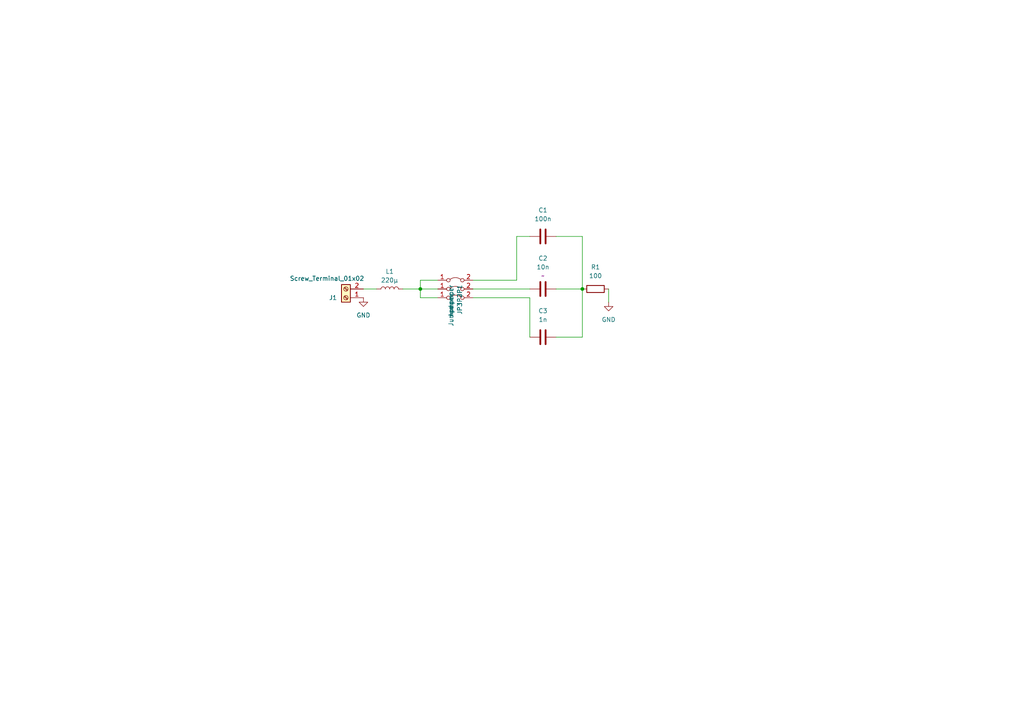
<source format=kicad_sch>
(kicad_sch (version 20231120) (generator "eeschema") (generator_version "8.0")
  (paper "A4")
  (lib_symbols
    (symbol "Connector:Screw_Terminal_01x02" (pin_names (offset 1.016) hide)
      (property "Reference" "J" (at 0 2.54 0))
      (property "Value" "Screw_Terminal_01x02" (at 0 -5.08 0))
      (symbol "Screw_Terminal_01x02_1_1"
        (rectangle (start -1.27 1.27) (end 1.27 -3.81) (stroke (width 0.254)) (fill (type background)))
        (circle (center 0 -2.54) (radius 0.635) (stroke (width 0.1524)))
        (polyline (pts (xy -0.5334 -2.2098) (xy 0.3302 -3.048)) (stroke (width 0.1524)))
        (polyline (pts (xy -0.5334 0.3302) (xy 0.3302 -0.508)) (stroke (width 0.1524)))
        (polyline (pts (xy -0.3556 -2.032) (xy 0.508 -2.8702)) (stroke (width 0.1524)))
        (polyline (pts (xy -0.3556 0.508) (xy 0.508 -0.3302)) (stroke (width 0.1524)))
        (circle (center 0 0) (radius 0.635) (stroke (width 0.1524)))
        (pin passive line (at -5.08 0 0) (length 3.81) (name "Pin_1") (number "1"))
        (pin passive line (at -5.08 -2.54 0) (length 3.81) (name "Pin_2") (number "2"))
      )
    )
    (symbol "Device:C" (pin_numbers hide) (pin_names (offset 0.254))
      (property "Reference" "C" (at 0.635 2.54 0))
      (property "Value" "C" (at 0.635 -2.54 0))
      (symbol "C_0_1"
        (polyline (pts (xy -2.032 -0.762) (xy 2.032 -0.762)) (stroke (width 0.508)))
        (polyline (pts (xy -2.032 0.762) (xy 2.032 0.762)) (stroke (width 0.508)))
      )
      (symbol "C_1_1"
        (pin passive line (at 0 3.81 270) (length 2.794) (name "~") (number "1"))
        (pin passive line (at 0 -3.81 90) (length 2.794) (name "~") (number "2"))
      )
    )
    (symbol "Device:L" (pin_numbers hide) (pin_names (offset 1.016) hide)
      (property "Reference" "L" (at -1.27 0 90))
      (property "Value" "L" (at 1.905 0 90))
      (symbol "L_0_1"
        (arc (start 0 -2.54) (mid 0.6323 -1.905) (end 0 -1.27))
        (arc (start 0 -1.27) (mid 0.6323 -0.635) (end 0 0))
        (arc (start 0 0) (mid 0.6323 0.635) (end 0 1.27))
        (arc (start 0 1.27) (mid 0.6323 1.905) (end 0 2.54))
      )
      (symbol "L_1_1"
        (pin passive line (at 0 3.81 270) (length 1.27) (name "1") (number "1"))
        (pin passive line (at 0 -3.81 90) (length 1.27) (name "2") (number "2"))
      )
    )
    (symbol "Device:R" (pin_numbers hide) (pin_names (offset 0))
      (property "Reference" "R" (at 2.032 0 90))
      (property "Value" "R" (at 0 0 90))
      (symbol "R_0_1"
        (rectangle (start -1.016 -2.54) (end 1.016 2.54) (stroke (width 0.254)))
      )
      (symbol "R_1_1"
        (pin passive line (at 0 3.81 270) (length 1.27) (name "~") (number "1"))
        (pin passive line (at 0 -3.81 90) (length 1.27) (name "~") (number "2"))
      )
    )
    (symbol "Jumper:Jumper_2_Bridged" (pin_names (offset 0) hide)
      (property "Reference" "JP" (at 0 1.905 0))
      (property "Value" "Jumper_2_Bridged" (at 0 -2.54 0))
      (symbol "Jumper_2_Bridged_0_0"
        (circle (center -2.032 0) (radius 0.508))
        (circle (center 2.032 0) (radius 0.508))
      )
      (symbol "Jumper_2_Bridged_0_1"
        (arc (start 1.524 0.254) (mid 0 0.762) (end -1.524 0.254))
      )
      (symbol "Jumper_2_Bridged_1_1"
        (pin passive line (at -5.08 0 0) (length 2.54) (name "A") (number "1"))
        (pin passive line (at 5.08 0 180) (length 2.54) (name "B") (number "2"))
      )
    )
    (symbol "power:GND" (power) (pin_numbers hide) (pin_names (offset 0) hide)
      (property "Value" "GND" (at 0 -3.81 0))
      (symbol "GND_0_1"
        (polyline (pts (xy 0 0) (xy 0 -1.27) (xy 1.27 -1.27) (xy 0 -2.54) (xy -1.27 -1.27) (xy 0 -1.27)))
      )
      (symbol "GND_1_1"
        (pin power_in line (at 0 0 270) (length 0) (name "~") (number "1"))
      )
    )
  )
  (junction (at 121.92 83.82))
  (junction (at 168.91 83.82))
  (wire (pts (xy 168.91 68.58) (xy 168.91 83.82)))
  (wire (pts (xy 105.41 83.82) (xy 109.22 83.82)))
  (wire (pts (xy 121.92 81.28) (xy 127 81.28)))
  (wire (pts (xy 121.92 83.82) (xy 121.92 86.36)))
  (wire (pts (xy 116.84 83.82) (xy 121.92 83.82)))
  (wire (pts (xy 137.16 81.28) (xy 149.86 81.28)))
  (wire (pts (xy 161.29 97.79) (xy 168.91 97.79)))
  (wire (pts (xy 168.91 83.82) (xy 168.91 97.79)))
  (wire (pts (xy 161.29 68.58) (xy 168.91 68.58)))
  (wire (pts (xy 153.67 86.36) (xy 153.67 97.79)))
  (wire (pts (xy 153.67 68.58) (xy 149.86 68.58)))
  (wire (pts (xy 121.92 86.36) (xy 127 86.36)))
  (wire (pts (xy 161.29 83.82) (xy 168.91 83.82)))
  (wire (pts (xy 137.16 83.82) (xy 153.67 83.82)))
  (wire (pts (xy 137.16 86.36) (xy 153.67 86.36)))
  (wire (pts (xy 149.86 68.58) (xy 149.86 81.28)))
  (wire (pts (xy 176.53 83.82) (xy 176.53 87.63)))
  (wire (pts (xy 121.92 81.28) (xy 121.92 83.82)))
  (wire (pts (xy 121.92 83.82) (xy 127 83.82)))
  (symbol (lib_id "Jumper:Jumper_2_Bridged") (at 132.08 86.36 0) (unit 1)
    (property "Reference" "JP3" (at 133.35 87.63 90) (effects (justify right)))
    (property "Value" "Jumper" (at 130.81 87.63 90) (effects (justify right)))
    (property "Footprint" "Connector_PinHeader_2.54mm:PinHeader_1x02_P2.54mm_Vertical" (effects (hide yes)))
  )
  (symbol (lib_id "Device:C") (at 157.48 97.79 90) (unit 1)
    (property "Reference" "C3" (at 157.48 90.17 90))
    (property "Value" "1n" (at 157.48 92.71 90))
    (property "Footprint" "Capacitor_SMD:C_1808_4520Metric" (effects (hide yes)))
    (property "Description" "Unpolarized capacitor" (effects (hide yes)))
  )
  (symbol (lib_id "Device:R") (at 172.72 83.82 90) (unit 1)
    (property "Reference" "R1" (at 172.72 77.47 90))
    (property "Value" "100" (at 172.72 80.01 90))
    (property "Footprint" "Resistor_SMD:R_1206_3216Metric" (effects (hide yes)))
    (property "Description" "Resistor" (effects (hide yes)))
  )
  (symbol (lib_id "Device:L") (at 113.03 83.82 90) (unit 1)
    (property "Reference" "L1" (at 113.03 78.74 90))
    (property "Value" "220µ" (at 113.03 81.28 90))
    (property "Footprint" "Inductor_SMD:L_12x12mm_H4.5mm" (effects (hide yes)))
    (property "Description" "Inductor" (effects (hide yes)))
  )
  (symbol (lib_id "Device:C") (at 157.48 68.58 90) (unit 1)
    (property "Reference" "C1" (at 157.48 60.96 90))
    (property "Value" "100n" (at 157.48 63.5 90))
    (property "Footprint" "Capacitor_SMD:C_1808_4520Metric" (effects (hide yes)))
    (property "Description" "Unpolarized capacitor" (effects (hide yes)))
  )
  (symbol (lib_id "power:GND") (at 105.41 86.36 0) (unit 1)
    (property "Reference" "#PWR01" (effects (hide yes)))
    (property "Value" "GND" (at 105.41 91.44 0))
    (property "Description" "Power symbol creates a global label with name \"GND\" , ground" (effects (hide yes)))
  )
  (symbol (lib_id "power:GND") (at 176.53 87.63 0) (unit 1)
    (property "Reference" "#PWR02" (effects (hide yes)))
    (property "Value" "GND" (at 176.53 92.71 0))
    (property "Description" "Power symbol creates a global label with name \"GND\" , ground" (effects (hide yes)))
  )
  (symbol (lib_id "Jumper:Jumper_2_Bridged") (at 132.08 83.82 0) (unit 1)
    (property "Reference" "JP2" (at 133.35 85.09 90) (effects (justify right)))
    (property "Value" "Jumper" (at 130.81 85.09 90) (effects (justify right)))
    (property "Footprint" "Connector_PinHeader_2.54mm:PinHeader_1x02_P2.54mm_Vertical" (effects (hide yes)))
  )
  (symbol (lib_id "Connector:Screw_Terminal_01x02") (at 100.33 86.36 180) (unit 1) (exclude_from_sim yes)
    (property "Reference" "J1" (at 97.79 86.36 0) (effects (justify left)))
    (property "Value" "Screw_Terminal_01x02" (at 105.664 80.772 0) (effects (justify left)))
    (property "Footprint" "TerminalBlock_Phoenix:TerminalBlock_Phoenix_MKDS-1,5-2-5.08_1x02_P5.08mm_Horizontal" (effects (hide yes)))
  )
  (symbol (lib_id "Jumper:Jumper_2_Bridged") (at 132.08 81.28 0) (unit 1)
    (property "Reference" "JP1" (at 133.35 82.55 90) (effects (justify right)))
    (property "Value" "Jumper" (at 130.81 82.55 90) (effects (justify right)))
    (property "Footprint" "Connector_PinHeader_2.54mm:PinHeader_1x02_P2.54mm_Vertical" (effects (hide yes)))
  )
  (symbol (lib_id "Device:C") (at 157.48 83.82 90) (unit 1)
    (property "Reference" "C2" (at 157.48 74.93 90))
    (property "Value" "10n" (at 157.48 77.47 90))
    (property "Footprint" "Capacitor_SMD:C_1808_4520Metric" (effects (hide yes)))
    (property "Datasheet" "~" (at 157.48 80.01 90))
    (property "Description" "Unpolarized capacitor" (effects (hide yes)))
  )
)
</source>
